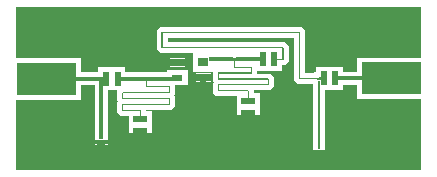
<source format=gtl>
G04 ===== Begin FILE IDENTIFICATION =====*
G04 File Format:  Gerber RS274X*
G04 ===== End FILE IDENTIFICATION =====*
%FSLAX24Y24*%
%MOIN*%
%SFA1.0000B1.0000*%
%OFA0.0B0.0*%
%ADD14R,0.045000X0.019685*%
%ADD15C,0.027559*%
%ADD16R,0.078740X0.011898*%
%ADD17R,0.019685X0.045000*%
%ADD18R,0.010803X0.230000*%
%ADD19R,0.011811X0.196850*%
%ADD20R,0.019685X0.007874*%
%ADD21R,0.011811X0.019685*%
%ADD22R,0.078740X0.019685*%
%ADD23R,0.047244X0.017717*%
%ADD24R,0.047244X0.017453*%
%ADD25R,0.082677X0.023622*%
%ADD26R,0.037402X0.019685*%
%ADD27R,0.037402X0.031496*%
%ADD28R,0.037795X0.019685*%
%LNcond*%
%IPPOS*%
%LPD*%
G75*
D14*
X7544Y2891D03*
Y3285D03*
D15*
X2047Y5354D03*
G36*
G01X7012Y4723D02*
G01Y4604D01*
G01X7131D01*
G01Y4723D01*
G01X7012D01*
G37*
D16*
X6618Y4663D03*
X7525D03*
D17*
X8017D03*
X8411D03*
D15*
X2047Y6102D03*
G36*
G01X9848Y4059D02*
G01Y3973D01*
G01X9956D01*
G01Y4093D01*
G01X9902D01*
G01Y4059D01*
G01X9848D01*
G37*
D18*
X9902Y2823D03*
D17*
X10054Y4033D03*
X10448D03*
D16*
X10940D03*
D19*
X2640Y2970D03*
G36*
G01X2581Y4073D02*
G01Y3954D01*
G01X2699D01*
G01Y4073D01*
G01X2581D01*
G37*
D16*
X2187Y4014D03*
D17*
X2798D03*
X3191D03*
D16*
X3683D03*
G36*
G01X4077Y4073D02*
G01Y3954D01*
G01X4196D01*
G01Y4073D01*
G01X4077D01*
G37*
D15*
X2047Y4803D03*
D14*
X3940Y2675D03*
Y2281D03*
D16*
X4590Y4014D03*
D15*
X2756Y6102D03*
X3465Y6142D03*
X4213D03*
X4961D03*
X5787D03*
X6654D03*
X7402D03*
X8189D03*
X9055D03*
X9764D03*
X10591D03*
X10984Y5630D03*
Y5000D03*
Y3110D03*
Y2441D03*
X10827Y1496D03*
X9921Y1457D03*
X10315D03*
X9528D03*
X7520Y2520D03*
X7953D03*
X7126D03*
X2638Y1772D03*
X3031D03*
X2244D03*
X3937Y1929D03*
X4370D03*
X3465D03*
X3189Y2362D03*
X2047Y3228D03*
Y2520D03*
Y1299D03*
X2598D03*
X3228D03*
X3976D03*
X4685D03*
X5551D03*
X6339D03*
X7165D03*
X7992D03*
X8858D03*
X2598Y4685D03*
X3228D03*
X3898Y4567D03*
X4488D03*
X4213Y5079D03*
Y5591D03*
X9764Y5512D03*
Y4803D03*
X10394Y4764D03*
X8189Y2992D03*
X8268Y3425D03*
X8661Y3937D03*
X9094Y3622D03*
X9409Y3189D03*
Y2362D03*
X10433Y3307D03*
X10354Y2638D03*
X10394Y2008D03*
X4606Y2402D03*
X5000Y2795D03*
X5354Y3425D03*
X5984Y3543D03*
X6496Y3150D03*
X12795Y1614D03*
X12126D03*
X11496Y1575D03*
X1457Y6142D03*
X827D03*
X157D03*
X1378Y1614D03*
X787Y1654D03*
X157Y1614D03*
X11260Y6142D03*
X12126Y6181D03*
X12874Y6142D03*
D20*
X4902Y4567D03*
D21*
X6043Y3878D03*
D22*
X3937Y2106D03*
D23*
X9882Y1585D03*
D24*
X2638Y1898D03*
G36*
G01X8509Y4637D02*
G01X8701D01*
G01X8732Y4668D01*
G01Y5052D01*
G01X8701Y5083D01*
G01X4697D01*
G01Y5542D01*
G01X9231D01*
G01Y4038D01*
G01X9262Y4007D01*
G01X9848D01*
G01Y4060D01*
G01X9283D01*
G01Y5563D01*
G01X9252Y5595D01*
G01X4676D01*
G01X4644Y5563D01*
G01Y5062D01*
G01X4676Y5031D01*
G01X8680D01*
G01Y4689D01*
G01X8509D01*
G01Y4637D01*
G37*
D25*
X7539Y2717D03*
D26*
X5172Y4565D03*
X6039Y4053D03*
G36*
G01X4117Y3954D02*
G01Y3761D01*
G01X4141Y3738D01*
G01X4904D01*
G01Y3580D01*
G01X3353D01*
G01X3330Y3556D01*
G01Y3367D01*
G01X3353Y3344D01*
G01X4904D01*
G01Y3186D01*
G01X3353D01*
G01X3330Y3163D01*
G01Y2974D01*
G01X3353Y2950D01*
G01X3920D01*
G01Y2773D01*
G01X3959D01*
G01Y2966D01*
G01X3936Y2989D01*
G01X3369D01*
G01Y3147D01*
G01X4920D01*
G01X4944Y3171D01*
G01Y3360D01*
G01X4920Y3383D01*
G01X3369D01*
G01Y3541D01*
G01X4920D01*
G01X4944Y3564D01*
G01Y3753D01*
G01X4920Y3777D01*
G01X4156D01*
G01Y3954D01*
G01X4117D01*
G37*
D27*
X6039Y4565D03*
G36*
G01X7052Y4604D02*
G01Y4411D01*
G01X7075Y4387D01*
G01X7642D01*
G01Y4230D01*
G01X6544D01*
G01X6521Y4206D01*
G01Y4017D01*
G01X6544Y3993D01*
G01X8195D01*
G01Y3836D01*
G01X6544D01*
G01X6521Y3812D01*
G01Y3623D01*
G01X6544Y3600D01*
G01X7524D01*
G01Y3383D01*
G01X7564D01*
G01Y3615D01*
G01X7540Y3639D01*
G01X6560D01*
G01Y3797D01*
G01X8211D01*
G01X8235Y3820D01*
G01Y4009D01*
G01X8211Y4033D01*
G01X6560D01*
G01Y4190D01*
G01X7658D01*
G01X7682Y4214D01*
G01Y4403D01*
G01X7658Y4426D01*
G01X7091D01*
G01Y4604D01*
G01X7052D01*
G37*
D28*
X5170Y4053D03*
G36*
G01X11334Y3502D02*
G01X13307D01*
G01Y4565D01*
G01X11334D01*
G01Y3502D01*
G37*
G36*
G01X6383Y4291D02*
G37*
G36*
G01X-197Y4703D02*
G01X1951D01*
G01Y4231D01*
G01X2542D01*
G01Y4396D01*
G01X3447D01*
G01Y4231D01*
G01X4824D01*
G01Y4309D01*
G01X5517D01*
G01Y3797D01*
G01X5141D01*
G01X5101D01*
G01Y3499D01*
G01X5064Y3462D01*
G01X5101Y3425D01*
G01Y3105D01*
G01X4985Y2989D01*
G01X4117D01*
G01Y2930D01*
G01X4322D01*
G01Y2025D01*
G01X3557D01*
G01Y2793D01*
G01X3288D01*
G01X3172Y2909D01*
G01Y3228D01*
G01X3209Y3265D01*
G01X3172Y3302D01*
G01Y3622D01*
G01X3181Y3631D01*
G01X2857D01*
G01Y1828D01*
G01X2424D01*
G01Y3797D01*
G01X1951D01*
G01Y3325D01*
G01X-197D01*
G01Y984D01*
G01X13307D01*
G01Y3344D01*
G01X11176D01*
G01Y3816D01*
G01X10704D01*
G01Y3651D01*
G01X10113D01*
G01Y1516D01*
G01X9690D01*
G01Y3849D01*
G01X9197D01*
G01X9073Y3973D01*
G01Y5385D01*
G01X4854D01*
G01Y5241D01*
G01X8766D01*
G01X8890Y5117D01*
G01Y4603D01*
G01X8766Y4479D01*
G01X8666D01*
G01Y4281D01*
G01X7839D01*
G01Y4190D01*
G01X8276D01*
G01X8392Y4074D01*
G01Y3755D01*
G01X8276Y3639D01*
G01X7721D01*
G01Y3541D01*
G01X7926D01*
G01Y2635D01*
G01X7161D01*
G01Y3442D01*
G01X6479D01*
G01X6363Y3558D01*
G01Y3878D01*
G01X6400Y3915D01*
G01X6363Y3952D01*
G01Y4250D01*
G01X5787D01*
G01Y4213D01*
G01X6299D01*
G01Y3898D01*
G01X6142D01*
G01Y3937D01*
G01X6260D01*
G01Y4173D01*
G01X5827D01*
G01Y3937D01*
G01X5945D01*
G01Y3898D01*
G01X5787D01*
G01Y4213D01*
G01Y4250D01*
G01X5694D01*
G01Y4873D01*
G01X4921D01*
G01Y4724D01*
G01X5433D01*
G01Y4409D01*
G01X4921D01*
G01Y4488D01*
G01X4961D01*
G01Y4449D01*
G01X5394D01*
G01Y4685D01*
G01X4961D01*
G01Y4646D01*
G01X4921D01*
G01Y4724D01*
G01Y4873D01*
G01X4610D01*
G01X4487Y4997D01*
G01Y5629D01*
G01X4610Y5752D01*
G01X9317D01*
G01X9441Y5629D01*
G01Y4217D01*
G01X9744D01*
G01Y4251D01*
G01X9798D01*
G01Y4416D01*
G01X10704D01*
G01Y4250D01*
G01X11176D01*
G01Y4722D01*
G01X13307D01*
G01Y6398D01*
G01X-197D01*
G01Y4703D01*
G37*
G36*
G01X-180Y3482D02*
G01X1794D01*
G01Y4545D01*
G01X-180D01*
G01Y3482D01*
G37*
M02*


</source>
